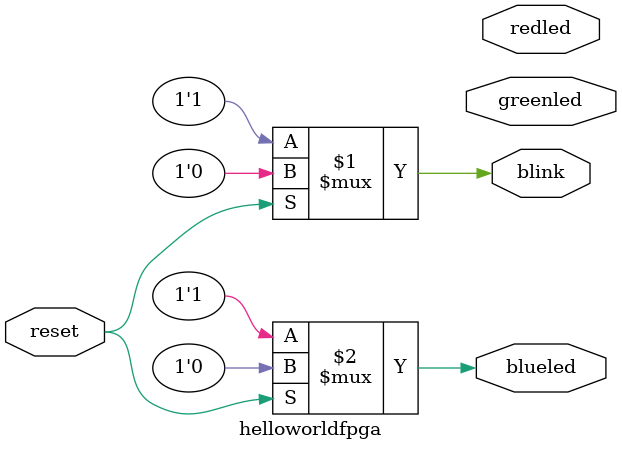
<source format=v>

module helloworldfpga (    
             
                input reset,
                output blink,
                output redled,
                output blueled,
                output greenled
              
                );



assign blink= reset ? 1'd0: 1'd1;  //reset the input 
assign blueled= reset ? 1'd0: 1'd1;
//assign redled= reset ? 1'd0: 1'd1;

endmodule  


</source>
